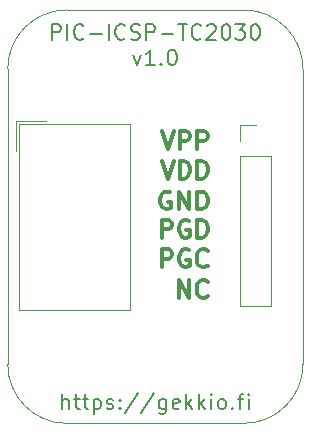
<source format=gbr>
G04 #@! TF.GenerationSoftware,KiCad,Pcbnew,5.1.5-52549c5~84~ubuntu19.10.1*
G04 #@! TF.CreationDate,2020-03-01T16:10:10+02:00*
G04 #@! TF.ProjectId,PIC-ICSP-TC2030,5049432d-4943-4535-902d-544332303330,v1.0*
G04 #@! TF.SameCoordinates,Original*
G04 #@! TF.FileFunction,Legend,Top*
G04 #@! TF.FilePolarity,Positive*
%FSLAX46Y46*%
G04 Gerber Fmt 4.6, Leading zero omitted, Abs format (unit mm)*
G04 Created by KiCad (PCBNEW 5.1.5-52549c5~84~ubuntu19.10.1) date 2020-03-01 16:10:10*
%MOMM*%
%LPD*%
G04 APERTURE LIST*
%ADD10C,0.200000*%
%ADD11C,0.050000*%
%ADD12C,0.300000*%
%ADD13C,0.120000*%
G04 APERTURE END LIST*
D10*
X53740476Y-52513095D02*
X53740476Y-51213095D01*
X54235714Y-51213095D01*
X54359523Y-51275000D01*
X54421428Y-51336904D01*
X54483333Y-51460714D01*
X54483333Y-51646428D01*
X54421428Y-51770238D01*
X54359523Y-51832142D01*
X54235714Y-51894047D01*
X53740476Y-51894047D01*
X55040476Y-52513095D02*
X55040476Y-51213095D01*
X56402380Y-52389285D02*
X56340476Y-52451190D01*
X56154761Y-52513095D01*
X56030952Y-52513095D01*
X55845238Y-52451190D01*
X55721428Y-52327380D01*
X55659523Y-52203571D01*
X55597619Y-51955952D01*
X55597619Y-51770238D01*
X55659523Y-51522619D01*
X55721428Y-51398809D01*
X55845238Y-51275000D01*
X56030952Y-51213095D01*
X56154761Y-51213095D01*
X56340476Y-51275000D01*
X56402380Y-51336904D01*
X56959523Y-52017857D02*
X57950000Y-52017857D01*
X58569047Y-52513095D02*
X58569047Y-51213095D01*
X59930952Y-52389285D02*
X59869047Y-52451190D01*
X59683333Y-52513095D01*
X59559523Y-52513095D01*
X59373809Y-52451190D01*
X59250000Y-52327380D01*
X59188095Y-52203571D01*
X59126190Y-51955952D01*
X59126190Y-51770238D01*
X59188095Y-51522619D01*
X59250000Y-51398809D01*
X59373809Y-51275000D01*
X59559523Y-51213095D01*
X59683333Y-51213095D01*
X59869047Y-51275000D01*
X59930952Y-51336904D01*
X60426190Y-52451190D02*
X60611904Y-52513095D01*
X60921428Y-52513095D01*
X61045238Y-52451190D01*
X61107142Y-52389285D01*
X61169047Y-52265476D01*
X61169047Y-52141666D01*
X61107142Y-52017857D01*
X61045238Y-51955952D01*
X60921428Y-51894047D01*
X60673809Y-51832142D01*
X60550000Y-51770238D01*
X60488095Y-51708333D01*
X60426190Y-51584523D01*
X60426190Y-51460714D01*
X60488095Y-51336904D01*
X60550000Y-51275000D01*
X60673809Y-51213095D01*
X60983333Y-51213095D01*
X61169047Y-51275000D01*
X61726190Y-52513095D02*
X61726190Y-51213095D01*
X62221428Y-51213095D01*
X62345238Y-51275000D01*
X62407142Y-51336904D01*
X62469047Y-51460714D01*
X62469047Y-51646428D01*
X62407142Y-51770238D01*
X62345238Y-51832142D01*
X62221428Y-51894047D01*
X61726190Y-51894047D01*
X63026190Y-52017857D02*
X64016666Y-52017857D01*
X64450000Y-51213095D02*
X65192857Y-51213095D01*
X64821428Y-52513095D02*
X64821428Y-51213095D01*
X66369047Y-52389285D02*
X66307142Y-52451190D01*
X66121428Y-52513095D01*
X65997619Y-52513095D01*
X65811904Y-52451190D01*
X65688095Y-52327380D01*
X65626190Y-52203571D01*
X65564285Y-51955952D01*
X65564285Y-51770238D01*
X65626190Y-51522619D01*
X65688095Y-51398809D01*
X65811904Y-51275000D01*
X65997619Y-51213095D01*
X66121428Y-51213095D01*
X66307142Y-51275000D01*
X66369047Y-51336904D01*
X66864285Y-51336904D02*
X66926190Y-51275000D01*
X67050000Y-51213095D01*
X67359523Y-51213095D01*
X67483333Y-51275000D01*
X67545238Y-51336904D01*
X67607142Y-51460714D01*
X67607142Y-51584523D01*
X67545238Y-51770238D01*
X66802380Y-52513095D01*
X67607142Y-52513095D01*
X68411904Y-51213095D02*
X68535714Y-51213095D01*
X68659523Y-51275000D01*
X68721428Y-51336904D01*
X68783333Y-51460714D01*
X68845238Y-51708333D01*
X68845238Y-52017857D01*
X68783333Y-52265476D01*
X68721428Y-52389285D01*
X68659523Y-52451190D01*
X68535714Y-52513095D01*
X68411904Y-52513095D01*
X68288095Y-52451190D01*
X68226190Y-52389285D01*
X68164285Y-52265476D01*
X68102380Y-52017857D01*
X68102380Y-51708333D01*
X68164285Y-51460714D01*
X68226190Y-51336904D01*
X68288095Y-51275000D01*
X68411904Y-51213095D01*
X69278571Y-51213095D02*
X70083333Y-51213095D01*
X69650000Y-51708333D01*
X69835714Y-51708333D01*
X69959523Y-51770238D01*
X70021428Y-51832142D01*
X70083333Y-51955952D01*
X70083333Y-52265476D01*
X70021428Y-52389285D01*
X69959523Y-52451190D01*
X69835714Y-52513095D01*
X69464285Y-52513095D01*
X69340476Y-52451190D01*
X69278571Y-52389285D01*
X70888095Y-51213095D02*
X71011904Y-51213095D01*
X71135714Y-51275000D01*
X71197619Y-51336904D01*
X71259523Y-51460714D01*
X71321428Y-51708333D01*
X71321428Y-52017857D01*
X71259523Y-52265476D01*
X71197619Y-52389285D01*
X71135714Y-52451190D01*
X71011904Y-52513095D01*
X70888095Y-52513095D01*
X70764285Y-52451190D01*
X70702380Y-52389285D01*
X70640476Y-52265476D01*
X70578571Y-52017857D01*
X70578571Y-51708333D01*
X70640476Y-51460714D01*
X70702380Y-51336904D01*
X70764285Y-51275000D01*
X70888095Y-51213095D01*
X60642857Y-53796428D02*
X60952380Y-54663095D01*
X61261904Y-53796428D01*
X62438095Y-54663095D02*
X61695238Y-54663095D01*
X62066666Y-54663095D02*
X62066666Y-53363095D01*
X61942857Y-53548809D01*
X61819047Y-53672619D01*
X61695238Y-53734523D01*
X62995238Y-54539285D02*
X63057142Y-54601190D01*
X62995238Y-54663095D01*
X62933333Y-54601190D01*
X62995238Y-54539285D01*
X62995238Y-54663095D01*
X63861904Y-53363095D02*
X63985714Y-53363095D01*
X64109523Y-53425000D01*
X64171428Y-53486904D01*
X64233333Y-53610714D01*
X64295238Y-53858333D01*
X64295238Y-54167857D01*
X64233333Y-54415476D01*
X64171428Y-54539285D01*
X64109523Y-54601190D01*
X63985714Y-54663095D01*
X63861904Y-54663095D01*
X63738095Y-54601190D01*
X63676190Y-54539285D01*
X63614285Y-54415476D01*
X63552380Y-54167857D01*
X63552380Y-53858333D01*
X63614285Y-53610714D01*
X63676190Y-53486904D01*
X63738095Y-53425000D01*
X63861904Y-53363095D01*
X54607142Y-83788095D02*
X54607142Y-82488095D01*
X55164285Y-83788095D02*
X55164285Y-83107142D01*
X55102380Y-82983333D01*
X54978571Y-82921428D01*
X54792857Y-82921428D01*
X54669047Y-82983333D01*
X54607142Y-83045238D01*
X55597619Y-82921428D02*
X56092857Y-82921428D01*
X55783333Y-82488095D02*
X55783333Y-83602380D01*
X55845238Y-83726190D01*
X55969047Y-83788095D01*
X56092857Y-83788095D01*
X56340476Y-82921428D02*
X56835714Y-82921428D01*
X56526190Y-82488095D02*
X56526190Y-83602380D01*
X56588095Y-83726190D01*
X56711904Y-83788095D01*
X56835714Y-83788095D01*
X57269047Y-82921428D02*
X57269047Y-84221428D01*
X57269047Y-82983333D02*
X57392857Y-82921428D01*
X57640476Y-82921428D01*
X57764285Y-82983333D01*
X57826190Y-83045238D01*
X57888095Y-83169047D01*
X57888095Y-83540476D01*
X57826190Y-83664285D01*
X57764285Y-83726190D01*
X57640476Y-83788095D01*
X57392857Y-83788095D01*
X57269047Y-83726190D01*
X58383333Y-83726190D02*
X58507142Y-83788095D01*
X58754761Y-83788095D01*
X58878571Y-83726190D01*
X58940476Y-83602380D01*
X58940476Y-83540476D01*
X58878571Y-83416666D01*
X58754761Y-83354761D01*
X58569047Y-83354761D01*
X58445238Y-83292857D01*
X58383333Y-83169047D01*
X58383333Y-83107142D01*
X58445238Y-82983333D01*
X58569047Y-82921428D01*
X58754761Y-82921428D01*
X58878571Y-82983333D01*
X59497619Y-83664285D02*
X59559523Y-83726190D01*
X59497619Y-83788095D01*
X59435714Y-83726190D01*
X59497619Y-83664285D01*
X59497619Y-83788095D01*
X59497619Y-82983333D02*
X59559523Y-83045238D01*
X59497619Y-83107142D01*
X59435714Y-83045238D01*
X59497619Y-82983333D01*
X59497619Y-83107142D01*
X61045238Y-82426190D02*
X59930952Y-84097619D01*
X62407142Y-82426190D02*
X61292857Y-84097619D01*
X63397619Y-82921428D02*
X63397619Y-83973809D01*
X63335714Y-84097619D01*
X63273809Y-84159523D01*
X63150000Y-84221428D01*
X62964285Y-84221428D01*
X62840476Y-84159523D01*
X63397619Y-83726190D02*
X63273809Y-83788095D01*
X63026190Y-83788095D01*
X62902380Y-83726190D01*
X62840476Y-83664285D01*
X62778571Y-83540476D01*
X62778571Y-83169047D01*
X62840476Y-83045238D01*
X62902380Y-82983333D01*
X63026190Y-82921428D01*
X63273809Y-82921428D01*
X63397619Y-82983333D01*
X64511904Y-83726190D02*
X64388095Y-83788095D01*
X64140476Y-83788095D01*
X64016666Y-83726190D01*
X63954761Y-83602380D01*
X63954761Y-83107142D01*
X64016666Y-82983333D01*
X64140476Y-82921428D01*
X64388095Y-82921428D01*
X64511904Y-82983333D01*
X64573809Y-83107142D01*
X64573809Y-83230952D01*
X63954761Y-83354761D01*
X65130952Y-83788095D02*
X65130952Y-82488095D01*
X65254761Y-83292857D02*
X65626190Y-83788095D01*
X65626190Y-82921428D02*
X65130952Y-83416666D01*
X66183333Y-83788095D02*
X66183333Y-82488095D01*
X66307142Y-83292857D02*
X66678571Y-83788095D01*
X66678571Y-82921428D02*
X66183333Y-83416666D01*
X67235714Y-83788095D02*
X67235714Y-82921428D01*
X67235714Y-82488095D02*
X67173809Y-82550000D01*
X67235714Y-82611904D01*
X67297619Y-82550000D01*
X67235714Y-82488095D01*
X67235714Y-82611904D01*
X68040476Y-83788095D02*
X67916666Y-83726190D01*
X67854761Y-83664285D01*
X67792857Y-83540476D01*
X67792857Y-83169047D01*
X67854761Y-83045238D01*
X67916666Y-82983333D01*
X68040476Y-82921428D01*
X68226190Y-82921428D01*
X68350000Y-82983333D01*
X68411904Y-83045238D01*
X68473809Y-83169047D01*
X68473809Y-83540476D01*
X68411904Y-83664285D01*
X68350000Y-83726190D01*
X68226190Y-83788095D01*
X68040476Y-83788095D01*
X69030952Y-83664285D02*
X69092857Y-83726190D01*
X69030952Y-83788095D01*
X68969047Y-83726190D01*
X69030952Y-83664285D01*
X69030952Y-83788095D01*
X69464285Y-82921428D02*
X69959523Y-82921428D01*
X69650000Y-83788095D02*
X69650000Y-82673809D01*
X69711904Y-82550000D01*
X69835714Y-82488095D01*
X69959523Y-82488095D01*
X70392857Y-83788095D02*
X70392857Y-82921428D01*
X70392857Y-82488095D02*
X70330952Y-82550000D01*
X70392857Y-82611904D01*
X70454761Y-82550000D01*
X70392857Y-82488095D01*
X70392857Y-82611904D01*
D11*
X70000000Y-50000000D02*
G75*
G02X75000000Y-55000000I0J-5000000D01*
G01*
X75000000Y-80000000D02*
G75*
G02X70000000Y-85000000I-5000000J0D01*
G01*
X55000000Y-85000000D02*
G75*
G02X50000000Y-80000000I0J5000000D01*
G01*
X50000000Y-55000000D02*
G75*
G02X55000000Y-50000000I5000000J0D01*
G01*
D12*
X64490714Y-74378571D02*
X64490714Y-72878571D01*
X65347857Y-74378571D01*
X65347857Y-72878571D01*
X66919285Y-74235714D02*
X66847857Y-74307142D01*
X66633571Y-74378571D01*
X66490714Y-74378571D01*
X66276428Y-74307142D01*
X66133571Y-74164285D01*
X66062142Y-74021428D01*
X65990714Y-73735714D01*
X65990714Y-73521428D01*
X66062142Y-73235714D01*
X66133571Y-73092857D01*
X66276428Y-72950000D01*
X66490714Y-72878571D01*
X66633571Y-72878571D01*
X66847857Y-72950000D01*
X66919285Y-73021428D01*
X63062142Y-71778571D02*
X63062142Y-70278571D01*
X63633571Y-70278571D01*
X63776428Y-70350000D01*
X63847857Y-70421428D01*
X63919285Y-70564285D01*
X63919285Y-70778571D01*
X63847857Y-70921428D01*
X63776428Y-70992857D01*
X63633571Y-71064285D01*
X63062142Y-71064285D01*
X65347857Y-70350000D02*
X65205000Y-70278571D01*
X64990714Y-70278571D01*
X64776428Y-70350000D01*
X64633571Y-70492857D01*
X64562142Y-70635714D01*
X64490714Y-70921428D01*
X64490714Y-71135714D01*
X64562142Y-71421428D01*
X64633571Y-71564285D01*
X64776428Y-71707142D01*
X64990714Y-71778571D01*
X65133571Y-71778571D01*
X65347857Y-71707142D01*
X65419285Y-71635714D01*
X65419285Y-71135714D01*
X65133571Y-71135714D01*
X66919285Y-71635714D02*
X66847857Y-71707142D01*
X66633571Y-71778571D01*
X66490714Y-71778571D01*
X66276428Y-71707142D01*
X66133571Y-71564285D01*
X66062142Y-71421428D01*
X65990714Y-71135714D01*
X65990714Y-70921428D01*
X66062142Y-70635714D01*
X66133571Y-70492857D01*
X66276428Y-70350000D01*
X66490714Y-70278571D01*
X66633571Y-70278571D01*
X66847857Y-70350000D01*
X66919285Y-70421428D01*
X63062142Y-69278571D02*
X63062142Y-67778571D01*
X63633571Y-67778571D01*
X63776428Y-67850000D01*
X63847857Y-67921428D01*
X63919285Y-68064285D01*
X63919285Y-68278571D01*
X63847857Y-68421428D01*
X63776428Y-68492857D01*
X63633571Y-68564285D01*
X63062142Y-68564285D01*
X65347857Y-67850000D02*
X65205000Y-67778571D01*
X64990714Y-67778571D01*
X64776428Y-67850000D01*
X64633571Y-67992857D01*
X64562142Y-68135714D01*
X64490714Y-68421428D01*
X64490714Y-68635714D01*
X64562142Y-68921428D01*
X64633571Y-69064285D01*
X64776428Y-69207142D01*
X64990714Y-69278571D01*
X65133571Y-69278571D01*
X65347857Y-69207142D01*
X65419285Y-69135714D01*
X65419285Y-68635714D01*
X65133571Y-68635714D01*
X66062142Y-69278571D02*
X66062142Y-67778571D01*
X66419285Y-67778571D01*
X66633571Y-67850000D01*
X66776428Y-67992857D01*
X66847857Y-68135714D01*
X66919285Y-68421428D01*
X66919285Y-68635714D01*
X66847857Y-68921428D01*
X66776428Y-69064285D01*
X66633571Y-69207142D01*
X66419285Y-69278571D01*
X66062142Y-69278571D01*
X63776428Y-65450000D02*
X63633571Y-65378571D01*
X63419285Y-65378571D01*
X63205000Y-65450000D01*
X63062142Y-65592857D01*
X62990714Y-65735714D01*
X62919285Y-66021428D01*
X62919285Y-66235714D01*
X62990714Y-66521428D01*
X63062142Y-66664285D01*
X63205000Y-66807142D01*
X63419285Y-66878571D01*
X63562142Y-66878571D01*
X63776428Y-66807142D01*
X63847857Y-66735714D01*
X63847857Y-66235714D01*
X63562142Y-66235714D01*
X64490714Y-66878571D02*
X64490714Y-65378571D01*
X65347857Y-66878571D01*
X65347857Y-65378571D01*
X66062142Y-66878571D02*
X66062142Y-65378571D01*
X66419285Y-65378571D01*
X66633571Y-65450000D01*
X66776428Y-65592857D01*
X66847857Y-65735714D01*
X66919285Y-66021428D01*
X66919285Y-66235714D01*
X66847857Y-66521428D01*
X66776428Y-66664285D01*
X66633571Y-66807142D01*
X66419285Y-66878571D01*
X66062142Y-66878571D01*
X63062142Y-62778571D02*
X63562142Y-64278571D01*
X64062142Y-62778571D01*
X64562142Y-64278571D02*
X64562142Y-62778571D01*
X64919285Y-62778571D01*
X65133571Y-62850000D01*
X65276428Y-62992857D01*
X65347857Y-63135714D01*
X65419285Y-63421428D01*
X65419285Y-63635714D01*
X65347857Y-63921428D01*
X65276428Y-64064285D01*
X65133571Y-64207142D01*
X64919285Y-64278571D01*
X64562142Y-64278571D01*
X66062142Y-64278571D02*
X66062142Y-62778571D01*
X66419285Y-62778571D01*
X66633571Y-62850000D01*
X66776428Y-62992857D01*
X66847857Y-63135714D01*
X66919285Y-63421428D01*
X66919285Y-63635714D01*
X66847857Y-63921428D01*
X66776428Y-64064285D01*
X66633571Y-64207142D01*
X66419285Y-64278571D01*
X66062142Y-64278571D01*
X63062142Y-60278571D02*
X63562142Y-61778571D01*
X64062142Y-60278571D01*
X64562142Y-61778571D02*
X64562142Y-60278571D01*
X65133571Y-60278571D01*
X65276428Y-60350000D01*
X65347857Y-60421428D01*
X65419285Y-60564285D01*
X65419285Y-60778571D01*
X65347857Y-60921428D01*
X65276428Y-60992857D01*
X65133571Y-61064285D01*
X64562142Y-61064285D01*
X66062142Y-61778571D02*
X66062142Y-60278571D01*
X66633571Y-60278571D01*
X66776428Y-60350000D01*
X66847857Y-60421428D01*
X66919285Y-60564285D01*
X66919285Y-60778571D01*
X66847857Y-60921428D01*
X66776428Y-60992857D01*
X66633571Y-61064285D01*
X66062142Y-61064285D01*
D11*
X70000000Y-50000000D02*
X55000000Y-50000000D01*
X75000000Y-80000000D02*
X75000000Y-55000000D01*
X55000000Y-85000000D02*
X70000000Y-85000000D01*
X50000000Y-55000000D02*
X50000000Y-80000000D01*
D13*
X69670000Y-75095000D02*
X72330000Y-75095000D01*
X69670000Y-62335000D02*
X69670000Y-75095000D01*
X72330000Y-62335000D02*
X72330000Y-75095000D01*
X69670000Y-62335000D02*
X72330000Y-62335000D01*
X69670000Y-61065000D02*
X69670000Y-59735000D01*
X69670000Y-59735000D02*
X71000000Y-59735000D01*
X50745000Y-59400000D02*
X53285000Y-59400000D01*
X50745000Y-59400000D02*
X50745000Y-61940000D01*
X50995000Y-59650000D02*
X60345000Y-59650000D01*
X50995000Y-75430000D02*
X50995000Y-59650000D01*
X60345000Y-75430000D02*
X50995000Y-75430000D01*
X60345000Y-59650000D02*
X60345000Y-75430000D01*
M02*

</source>
